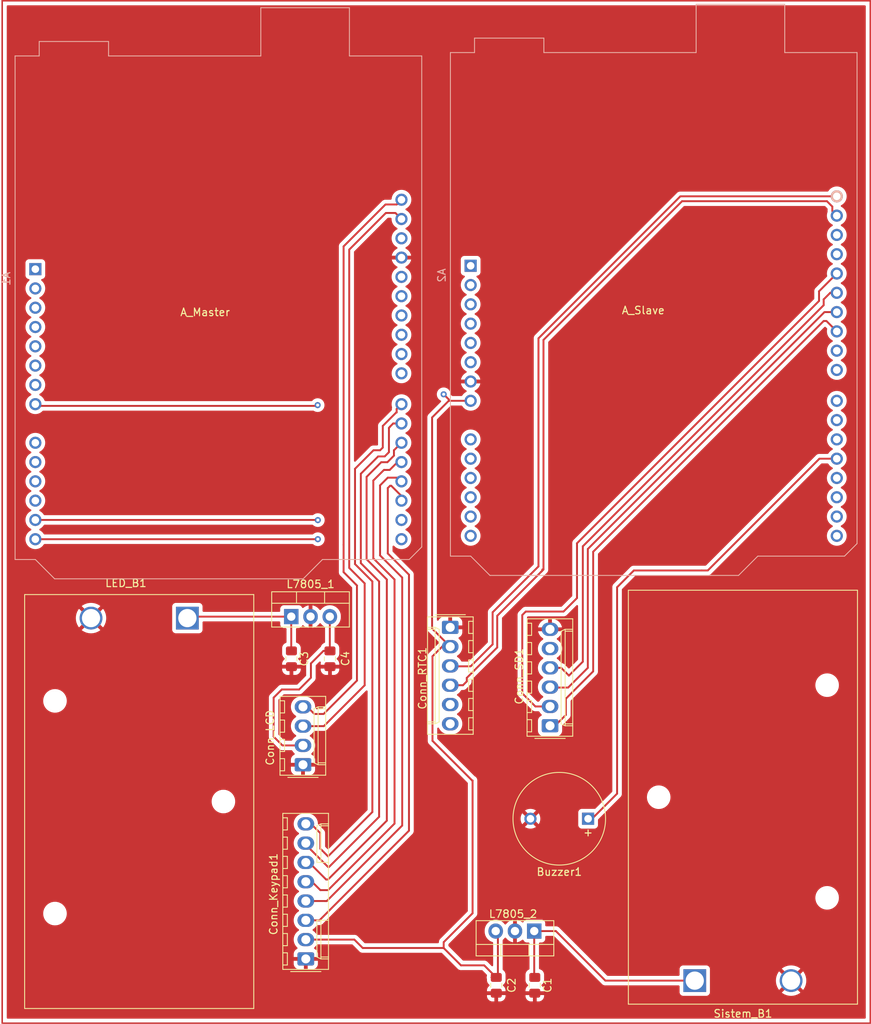
<source format=kicad_pcb>
(kicad_pcb (version 20221018) (generator pcbnew)
  (layers (0 "F.Cu" signal) (31 "B.Cu" signal) (34 "B.Paste" user) (35 "F.Paste" user) (36 "B.SilkS" user "B.Silkscreen") (37 "F.SilkS" user "F.Silkscreen") (38 "B.Mask" user) (39 "F.Mask" user) (44 "Edge.Cuts" user))
  (net 0 "")
  (net 1 "GNDREF")
  (net 42 "5V+_Sistem")
  (net 43 "9V+_Sistem")
  (net 44 "9V+_LCD")
  (net 45 "5V+_LCD")
  (net 48 "unconnected-(Buzzer1---Pad1)")
  (net 49 "SDA_LCD")
  (net 50 "P2_keyPad")
  (net 51 "P3_keyPad")
  (net 52 "P4_keyPad")
  (net 53 "P5_keyPad")
  (net 54 "P6_keyPad")
  (net 55 "P7_keyPad")
  (net 56 "SCL_RTC")
  (net 57 "SDA_RTC")
  (net 58 "SCL_LCD")
  (net 59 "CS")
  (net 60 "SCK")
  (net 61 "MOSI_SD")
  (net 62 "MISO_SD")
  (net 63 "SDA_MS")
  (net 64 "SCL_MS")
  (footprint "Package_TO_SOT_THT:TO-220-3_Vertical" (layer "F.Cu") (at 87.63 137.726 180)
    (fp_text reference "L7805_2" (at 2.79 2.25) (layer "F.SilkS"))
    (fp_text value "L7805")
    (pad "1" thru_hole rect (at 0 0 180) (size 1.905 2) (drill 1.1) (layers "*.Cu" "*.Mask") (net 43 "9V+_Sistem"))
    (pad "2" thru_hole oval (at 2.54 0 180) (size 1.905 2) (drill 1.1) (layers "*.Cu" "*.Mask") (net 1 "GNDREF"))
    (pad "3" thru_hole oval (at 5.08 0 180) (size 1.905 2) (drill 1.1) (layers "*.Cu" "*.Mask") (net 42 "5V+_Sistem"))
  )
  (footprint "Connector_Molex:Molex_KK-254_AE-6410-08A_1x08_P2.54mm_Vertical" (layer "F.Cu") (at 57.52 141.39 90)
    (fp_text reference "Conn_Keypad1" (at 8.53 -4.25 90) (layer "F.SilkS"))
    (fp_text value "Conn_Keypad" hide)
    (pad "1" thru_hole roundrect (at 0 0 90) (size 1.74 2.19) (drill 1.19) (layers "*.Cu" "*.Mask") (roundrect_rratio 0.143678) (net 1 "GNDREF"))
    (pad "2" thru_hole oval (at 2.54 0 90) (size 1.74 2.19) (drill 1.19) (layers "*.Cu" "*.Mask") (net 42 "5V+_Sistem"))
    (pad "3" thru_hole oval (at 5.08 0 90) (size 1.74 2.19) (drill 1.19) (layers "*.Cu" "*.Mask") (net 50 "P2_keyPad"))
    (pad "4" thru_hole oval (at 7.62 0 90) (size 1.74 2.19) (drill 1.19) (layers "*.Cu" "*.Mask") (net 51 "P3_keyPad"))
    (pad "5" thru_hole oval (at 10.16 0 90) (size 1.74 2.19) (drill 1.19) (layers "*.Cu" "*.Mask") (net 52 "P4_keyPad"))
    (pad "6" thru_hole oval (at 12.7 0 90) (size 1.74 2.19) (drill 1.19) (layers "*.Cu" "*.Mask") (net 53 "P5_keyPad"))
    (pad "7" thru_hole oval (at 15.24 0 90) (size 1.74 2.19) (drill 1.19) (layers "*.Cu" "*.Mask") (net 54 "P6_keyPad"))
    (pad "8" thru_hole oval (at 17.78 0 90) (size 1.74 2.19) (drill 1.19) (layers "*.Cu" "*.Mask") (net 55 "P7_keyPad"))
  )
  (footprint "Capacitor_SMD:C_0805_2012Metric_Pad1.18x1.45mm_HandSolder" (layer "F.Cu") (at 55.626 101.8755 -90)
    (fp_text reference "C3" (at 0 -1.68 90) (layer "F.SilkS"))
    (fp_text value "0.33uF")
    (pad "1" smd roundrect (at -1.0375 0 270) (size 1.175 1.45) (layers "F.Cu" "F.Paste" "F.Mask") (roundrect_rratio 0.212766) (net 44 "9V+_LCD"))
    (pad "2" smd roundrect (at 1.0375 0 270) (size 1.175 1.45) (layers "F.Cu" "F.Paste" "F.Mask") (roundrect_rratio 0.212766) (net 1 "GNDREF"))
  )
  (footprint "Package_TO_SOT_THT:TO-220-3_Vertical" (layer "F.Cu") (at 55.604 96.3255)
    (fp_text reference "L7805_1" (at 2.54 -4.27) (layer "F.SilkS"))
    (fp_text value "L7805")
    (pad "1" thru_hole rect (at 0 0) (size 1.905 2) (drill 1.1) (layers "*.Cu" "*.Mask") (net 44 "9V+_LCD"))
    (pad "2" thru_hole oval (at 2.54 0) (size 1.905 2) (drill 1.1) (layers "*.Cu" "*.Mask") (net 1 "GNDREF"))
    (pad "3" thru_hole oval (at 5.08 0) (size 1.905 2) (drill 1.1) (layers "*.Cu" "*.Mask") (net 45 "5V+_LCD"))
  )
  (footprint "Connector_Molex:Molex_KK-254_AE-6410-06A_1x06_P2.54mm_Vertical" (layer "F.Cu") (at 76.5556 97.7392 -90)
    (fp_text reference "Conn_RTC1" (at 6.7056 3.6576 90) (layer "F.SilkS"))
    (fp_text value "Conn_RTC" hide)
    (pad "1" thru_hole roundrect (at 0 0 270) (size 1.74 2.19) (drill 1.19) (layers "*.Cu" "*.Mask") (roundrect_rratio 0.143678) (net 1 "GNDREF"))
    (pad "2" thru_hole oval (at 2.54 0 270) (size 1.74 2.19) (drill 1.19) (layers "*.Cu" "*.Mask") (net 42 "5V+_Sistem"))
    (pad "3" thru_hole oval (at 5.08 0 270) (size 1.74 2.19) (drill 1.19) (layers "*.Cu" "*.Mask") (net 56 "SCL_RTC"))
    (pad "4" thru_hole oval (at 7.62 0 270) (size 1.74 2.19) (drill 1.19) (layers "*.Cu" "*.Mask") (net 57 "SDA_RTC"))
    (pad "5" thru_hole oval (at 10.16 0 270) (size 1.74 2.19) (drill 1.19) (layers "*.Cu" "*.Mask"))
    (pad "6" thru_hole oval (at 12.7 0 270) (size 1.74 2.19) (drill 1.19) (layers "*.Cu" "*.Mask"))
  )
  (footprint "Connector_Molex:Molex_KK-254_AE-6410-06A_1x06_P2.54mm_Vertical" (layer "F.Cu") (at 89.7128 110.6932 90)
    (fp_text reference "Conn_SD1" (at 6.5024 -4.064 90) (layer "F.SilkS"))
    (fp_text value "Conn_RTC" hide)
    (pad "1" thru_hole roundrect (at 0 0 90) (size 1.74 2.19) (drill 1.19) (layers "*.Cu" "*.Mask") (roundrect_rratio 0.143678) (net 59 "CS"))
    (pad "2" thru_hole oval (at 2.54 0 90) (size 1.74 2.19) (drill 1.19) (layers "*.Cu" "*.Mask") (net 60 "SCK"))
    (pad "3" thru_hole oval (at 5.08 0 90) (size 1.74 2.19) (drill 1.19) (layers "*.Cu" "*.Mask") (net 61 "MOSI_SD"))
    (pad "4" thru_hole oval (at 7.62 0 90) (size 1.74 2.19) (drill 1.19) (layers "*.Cu" "*.Mask") (net 62 "MISO_SD"))
    (pad "5" thru_hole oval (at 10.16 0 90) (size 1.74 2.19) (drill 1.19) (layers "*.Cu" "*.Mask") (net 42 "5V+_Sistem"))
    (pad "6" thru_hole oval (at 12.7 0 90) (size 1.74 2.19) (drill 1.19) (layers "*.Cu" "*.Mask") (net 1 "GNDREF"))
  )
  (footprint "Battery:BatteryHolder_Eagle_12BH611-GR" (layer "F.Cu") (at 108.788 144.25 -90)
    (fp_text reference "Sistem_B1" (at 4.35 -6.35) (layer "F.SilkS"))
    (fp_text value "Sistem battery" hide)
    (pad "" np_thru_hole circle (at -38.9 -17.45 270) (size 2.6 2.6) (drill 2.6) (layers "*.Cu" "*.Mask"))
    (pad "" np_thru_hole circle (at -24.15 4.75 270) (size 2.6 2.6) (drill 2.6) (layers "*.Cu" "*.Mask"))
    (pad "" np_thru_hole circle (at -10.9 -17.45 270) (size 2.6 2.6) (drill 2.6) (layers "*.Cu" "*.Mask"))
    (pad "1" thru_hole rect (at 0 0 270) (size 3 3) (drill 2.4) (layers "*.Cu" "*.Mask") (net 43 "9V+_Sistem"))
    (pad "2" thru_hole circle (at 0 -12.7 270) (size 3 3) (drill 2.4) (layers "*.Cu" "*.Mask") (net 1 "GNDREF"))
  )
  (footprint "Capacitor_SMD:C_0805_2012Metric_Pad1.18x1.45mm_HandSolder" (layer "F.Cu") (at 60.706 101.8755 90)
    (fp_text reference "C4" (at 0.0215 2.032 90) (layer "F.SilkS"))
    (fp_text value "0.01uF")
    (pad "1" smd roundrect (at -1.0375 0 90) (size 1.175 1.45) (layers "F.Cu" "F.Paste" "F.Mask") (roundrect_rratio 0.212766) (net 1 "GNDREF"))
    (pad "2" smd roundrect (at 1.0375 0 90) (size 1.175 1.45) (layers "F.Cu" "F.Paste" "F.Mask") (roundrect_rratio 0.212766) (net 45 "5V+_LCD"))
  )
  (footprint "Capacitor_SMD:C_0805_2012Metric_Pad1.18x1.45mm_HandSolder" (layer "F.Cu") (at 87.704 144.866 -90)
    (fp_text reference "C1" (at 0 -1.68 90) (layer "F.SilkS"))
    (fp_text value "0.33uF")
    (pad "1" smd roundrect (at -1.0375 0 270) (size 1.175 1.45) (layers "F.Cu" "F.Paste" "F.Mask") (roundrect_rratio 0.212766) (net 43 "9V+_Sistem"))
    (pad "2" smd roundrect (at 1.0375 0 270) (size 1.175 1.45) (layers "F.Cu" "F.Paste" "F.Mask") (roundrect_rratio 0.212766) (net 1 "GNDREF"))
  )
  (footprint "Battery:BatteryHolder_Eagle_12BH611-GR" (layer "F.Cu") (at 41.91 96.52 90)
    (fp_text reference "LED_B1" (at 4.6 -8.1) (layer "F.SilkS"))
    (fp_text value "LCD battery")
    (pad "" np_thru_hole circle (at -38.9 -17.45 90) (size 2.6 2.6) (drill 2.6) (layers "*.Cu" "*.Mask"))
    (pad "" np_thru_hole circle (at -24.15 4.75 90) (size 2.6 2.6) (drill 2.6) (layers "*.Cu" "*.Mask"))
    (pad "" np_thru_hole circle (at -10.9 -17.45 90) (size 2.6 2.6) (drill 2.6) (layers "*.Cu" "*.Mask"))
    (pad "1" thru_hole rect (at 0 0 90) (size 3 3) (drill 2.4) (layers "*.Cu" "*.Mask") (net 44 "9V+_LCD"))
    (pad "2" thru_hole circle (at 0 -12.7 90) (size 3 3) (drill 2.4) (layers "*.Cu" "*.Mask") (net 1 "GNDREF"))
  )
  (footprint "Buzzer_Beeper:MagneticBuzzer_ProSignal_ABI-010-RC" (layer "F.Cu") (at 94.732 122.936 180)
    (fp_text reference "Buzzer1" (at 3.8 -7) (layer "F.SilkS"))
    (fp_text value "Buzzer" hide)
    (fp_text user "+" (at 0 -1.8) (layer "F.SilkS"))
    (pad "1" thru_hole rect (at 0 0 180) (size 1.6 1.6) (drill 1) (layers "*.Cu" "*.Mask") (net 48 "unconnected-(Buzzer1---Pad1)"))
    (pad "2" thru_hole circle (at 7.6 0 180) (size 1.6 1.6) (drill 1) (layers "*.Cu" "*.Mask") (net 1 "GNDREF"))
  )
  (footprint "Capacitor_SMD:C_0805_2012Metric_Pad1.18x1.45mm_HandSolder" (layer "F.Cu") (at 82.624 144.866 90)
    (fp_text reference "C2" (at 0 2.032 90) (layer "F.SilkS"))
    (fp_text value "0.01uF")
    (pad "1" smd roundrect (at -1.0375 0 90) (size 1.175 1.45) (layers "F.Cu" "F.Paste" "F.Mask") (roundrect_rratio 0.212766) (net 1 "GNDREF"))
    (pad "2" smd roundrect (at 1.0375 0 90) (size 1.175 1.45) (layers "F.Cu" "F.Paste" "F.Mask") (roundrect_rratio 0.212766) (net 42 "5V+_Sistem"))
  )
  (footprint "Connector_Molex:Molex_KK-254_AE-6410-04A_1x04_P2.54mm_Vertical" (layer "F.Cu") (at 57.15 115.824 90)
    (fp_text reference "J3" hide)
    (fp_text value "Conn_LCD" hide)
    (pad "1" thru_hole roundrect (at 0 0 90) (size 1.74 2.19) (drill 1.19) (layers "*.Cu" "*.Mask") (roundrect_rratio 0.143678) (net 1 "GNDREF"))
    (pad "2" thru_hole oval (at 2.54 0 90) (size 1.74 2.19) (drill 1.19) (layers "*.Cu" "*.Mask") (net 45 "5V+_LCD"))
    (pad "3" thru_hole oval (at 5.08 0 90) (size 1.74 2.19) (drill 1.19) (layers "*.Cu" "*.Mask") (net 49 "SDA_LCD"))
    (pad "4" thru_hole oval (at 7.62 0 90) (size 1.74 2.19) (drill 1.19) (layers "*.Cu" "*.Mask") (net 58 "SCL_LCD"))
  )
  (footprint "Module:Arduino_UNO_R3" (layer "B.Cu") (at 79.25 50.13 -90)
    (fp_text reference "A2" (at 1.27 3.81 90) (layer "B.SilkS") (effects (justify mirror)))
    (fp_text value "Slave" hide)
    (pad "1" thru_hole rect (at 0 0 180) (size 1.6 1.6) (drill 1) (layers "*.Cu" "*.Mask"))
    (pad "2" thru_hole oval (at 2.54 0 180) (size 1.6 1.6) (drill 1) (layers "*.Cu" "*.Mask"))
    (pad "3" thru_hole oval (at 5.08 0 180) (size 1.6 1.6) (drill 1) (layers "*.Cu" "*.Mask"))
    (pad "4" thru_hole oval (at 7.62 0 180) (size 1.6 1.6) (drill 1) (layers "*.Cu" "*.Mask"))
    (pad "5" thru_hole oval (at 10.16 0 180) (size 1.6 1.6) (drill 1) (layers "*.Cu" "*.Mask"))
    (pad "6" thru_hole oval (at 12.7 0 180) (size 1.6 1.6) (drill 1) (layers "*.Cu" "*.Mask"))
    (pad "7" thru_hole oval (at 15.24 0 180) (size 1.6 1.6) (drill 1) (layers "*.Cu" "*.Mask") (net 1 "GNDREF"))
    (pad "8" thru_hole oval (at 17.78 0 180) (size 1.6 1.6) (drill 1) (layers "*.Cu" "*.Mask") (net 42 "5V+_Sistem"))
    (pad "9" thru_hole oval (at 22.86 0 180) (size 1.6 1.6) (drill 1) (layers "*.Cu" "*.Mask"))
    (pad "10" thru_hole oval (at 25.4 0 180) (size 1.6 1.6) (drill 1) (layers "*.Cu" "*.Mask"))
    (pad "11" thru_hole oval (at 27.94 0 180) (size 1.6 1.6) (drill 1) (layers "*.Cu" "*.Mask"))
    (pad "12" thru_hole oval (at 30.48 0 180) (size 1.6 1.6) (drill 1) (layers "*.Cu" "*.Mask"))
    (pad "13" thru_hole oval (at 33.02 0 180) (size 1.6 1.6) (drill 1) (layers "*.Cu" "*.Mask") (net 63 "SDA_MS"))
    (pad "14" thru_hole oval (at 35.56 0 180) (size 1.6 1.6) (drill 1) (layers "*.Cu" "*.Mask") (net 64 "SCL_MS"))
    (pad "15" thru_hole oval (at 35.56 -48.26 180) (size 1.6 1.6) (drill 1) (layers "*.Cu" "*.Mask"))
    (pad "16" thru_hole oval (at 33.02 -48.26 180) (size 1.6 1.6) (drill 1) (layers "*.Cu" "*.Mask"))
    (pad "17" thru_hole oval (at 30.48 -48.26 180) (size 1.6 1.6) (drill 1) (layers "*.Cu" "*.Mask"))
    (pad "18" thru_hole oval (at 27.94 -48.26 180) (size 1.6 1.6) (drill 1) (layers "*.Cu" "*.Mask"))
    (pad "19" thru_hole oval (at 25.4 -48.26 180) (size 1.6 1.6) (drill 1) (layers "*.Cu" "*.Mask") (net 48 "unconnected-(Buzzer1---Pad1)"))
    (pad "20" thru_hole oval (at 22.86 -48.26 180) (size 1.6 1.6) (drill 1) (layers "*.Cu" "*.Mask"))
    (pad "21" thru_hole oval (at 20.32 -48.26 180) (size 1.6 1.6) (drill 1) (layers "*.Cu" "*.Mask"))
    (pad "22" thru_hole oval (at 17.78 -48.26 180) (size 1.6 1.6) (drill 1) (layers "*.Cu" "*.Mask"))
    (pad "23" thru_hole oval (at 13.72 -48.26 180) (size 1.6 1.6) (drill 1) (layers "*.Cu" "*.Mask"))
    (pad "24" thru_hole oval (at 11.18 -48.26 180) (size 1.6 1.6) (drill 1) (layers "*.Cu" "*.Mask"))
    (pad "25" thru_hole oval (at 8.64 -48.26 180) (size 1.6 1.6) (drill 1) (layers "*.Cu" "*.Mask") (net 59 "CS"))
    (pad "26" thru_hole oval (at 6.1 -48.26 180) (size 1.6 1.6) (drill 1) (layers "*.Cu" "*.Mask") (net 61 "MOSI_SD"))
    (pad "27" thru_hole oval (at 3.56 -48.26 180) (size 1.6 1.6) (drill 1) (layers "*.Cu" "*.Mask") (net 62 "MISO_SD"))
    (pad "28" thru_hole oval (at 1.02 -48.26 180) (size 1.6 1.6) (drill 1) (layers "*.Cu" "*.Mask") (net 60 "SCK"))
    (pad "29" thru_hole oval (at -1.52 -48.26 180) (size 1.6 1.6) (drill 1) (layers "*.Cu" "*.Mask"))
    (pad "30" thru_hole oval (at -4.06 -48.26 180) (size 1.6 1.6) (drill 1) (layers "*.Cu" "*.Mask"))
    (pad "31" thru_hole oval (at -6.6 -48.26 180) (size 1.6 1.6) (drill 1) (layers "*.Cu" "*.Mask" "Eco1.User") (net 57 "SDA_RTC"))
    (pad "32" thru_hole oval (at -9.14 -48.26 180) (size 1.6 1.6) (drill 1) (layers "*.Cu" "*.Mask" "B.SilkS") (net 56 "SCL_RTC"))
  )
  (footprint "Module:Arduino_UNO_R3" (layer "B.Cu") (at 21.87 50.575 -90)
    (fp_text reference "A1" (at 1.27 3.81 90) (layer "B.SilkS") (effects (justify mirror)))
    (fp_text value "Master" hide)
    (pad "1" thru_hole rect (at 0 0 180) (size 1.6 1.6) (drill 1) (layers "*.Cu" "*.Mask"))
    (pad "2" thru_hole oval (at 2.54 0 180) (size 1.6 1.6) (drill 1) (layers "*.Cu" "*.Mask"))
    (pad "3" thru_hole oval (at 5.08 0 180) (size 1.6 1.6) (drill 1) (layers "*.Cu" "*.Mask"))
    (pad "4" thru_hole oval (at 7.62 0 180) (size 1.6 1.6) (drill 1) (layers "*.Cu" "*.Mask"))
    (pad "5" thru_hole oval (at 10.16 0 180) (size 1.6 1.6) (drill 1) (layers "*.Cu" "*.Mask"))
    (pad "6" thru_hole oval (at 12.7 0 180) (size 1.6 1.6) (drill 1) (layers "*.Cu" "*.Mask"))
    (pad "7" thru_hole oval (at 15.24 0 180) (size 1.6 1.6) (drill 1) (layers "*.Cu" "*.Mask"))
    (pad "8" thru_hole oval (at 17.78 0 180) (size 1.6 1.6) (drill 1) (layers "*.Cu" "*.Mask") (net 42 "5V+_Sistem"))
    (pad "9" thru_hole oval (at 22.86 0 180) (size 1.6 1.6) (drill 1) (layers "*.Cu" "*.Mask"))
    (pad "10" thru_hole oval (at 25.4 0 180) (size 1.6 1.6) (drill 1) (layers "*.Cu" "*.Mask"))
    (pad "11" thru_hole oval (at 27.94 0 180) (size 1.6 1.6) (drill 1) (layers "*.Cu" "*.Mask"))
    (pad "12" thru_hole oval (at 30.48 0 180) (size 1.6 1.6) (drill 1) (layers "*.Cu" "*.Mask"))
    (pad "13" thru_hole oval (at 33.02 0 180) (size 1.6 1.6) (drill 1) (layers "*.Cu" "*.Mask") (net 63 "SDA_MS"))
    (pad "14" thru_hole oval (at 35.56 0 180) (size 1.6 1.6) (drill 1) (layers "*.Cu" "*.Mask") (net 64 "SCL_MS"))
    (pad "15" thru_hole oval (at 35.56 -48.26 180) (size 1.6 1.6) (drill 1) (layers "*.Cu" "*.Mask"))
    (pad "16" thru_hole oval (at 33.02 -48.26 180) (size 1.6 1.6) (drill 1) (layers "*.Cu" "*.Mask"))
    (pad "17" thru_hole oval (at 30.48 -48.26 180) (size 1.6 1.6) (drill 1) (layers "*.Cu" "*.Mask") (net 50 "P2_keyPad"))
    (pad "18" thru_hole oval (at 27.94 -48.26 180) (size 1.6 1.6) (drill 1) (layers "*.Cu" "*.Mask" "B.Paste") (net 51 "P3_keyPad"))
    (pad "19" thru_hole oval (at 25.4 -48.26 180) (size 1.6 1.6) (drill 1) (layers "*.Cu" "*.Mask") (net 52 "P4_keyPad"))
    (pad "20" thru_hole oval (at 22.86 -48.26 180) (size 1.6 1.6) (drill 1) (layers "*.Cu" "*.Mask") (net 53 "P5_keyPad"))
    (pad "21" thru_hole oval (at 20.32 -48.26 180) (size 1.6 1.6) (drill 1) (layers "*.Cu" "*.Mask") (net 54 "P6_keyPad"))
    (pad "22" thru_hole oval (at 17.78 -48.26 180) (size 1.6 1.6) (drill 1) (layers "*.Cu" "*.Mask") (net 55 "P7_keyPad"))
    (pad "23" thru_hole oval (at 13.72 -48.26 180) (size 1.6 1.6) (drill 1) (layers "*.Cu" "*.Mask"))
    (pad "24" thru_hole oval (at 11.18 -48.26 180) (size 1.6 1.6) (drill 1) (layers "*.Cu" "*.Mask"))
    (pad "25" thru_hole oval (at 8.64 -48.26 180) (size 1.6 1.6) (drill 1) (layers "*.Cu" "*.Mask"))
    (pad "26" thru_hole oval (at 6.1 -48.26 180) (size 1.6 1.6) (drill 1) (layers "*.Cu" "*.Mask"))
    (pad "27" thru_hole oval (at 3.56 -48.26 180) (size 1.6 1.6) (drill 1) (layers "*.Cu" "*.Mask"))
    (pad "28" thru_hole oval (at 1.02 -48.26 180) (size 1.6 1.6) (drill 1) (layers "*.Cu" "*.Mask"))
    (pad "29" thru_hole oval (at -1.52 -48.26 180) (size 1.6 1.6) (drill 1) (layers "*.Cu" "*.Mask") (net 1 "GNDREF"))
    (pad "30" thru_hole oval (at -4.06 -48.26 180) (size 1.6 1.6) (drill 1) (layers "*.Cu" "*.Mask"))
    (pad "31" thru_hole oval (at -6.6 -48.26 180) (size 1.6 1.6) (drill 1) (layers "*.Cu" "*.Mask") (net 49 "SDA_LCD"))
    (pad "32" thru_hole oval (at -9.14 -48.26 180) (size 1.6 1.6) (drill 1) (layers "*.Cu" "*.Mask") (net 58 "SCL_LCD"))
  )
  (gr_rect (start 17.5 15.24) (end 131.93 149.86) (stroke (width 0.2)) (fill none) (layer "F.Cu"))
  (gr_text "A_Slave" (at 102 56) (layer "F.SilkS") (effects (font (size 1 1))))
  (gr_text "Conn_LCD" (at 52.812 112.268 90) (layer "F.SilkS") (effects (font (size 1 1))))
  (gr_text "A_Master\n" (at 44.25 56.25) (layer "F.SilkS") (effects (font (size 1 1))))
  (segment (start 76.362 67.726) (end 76.362 67.91) (width 0.25) (layer "F.Cu") (net 42))
  (segment (start 76.5556 100.2792) (end 75.4888 100.2792) (width 0.25) (layer "F.Cu") (net 42))
  (segment (start 58.9788 68.58) (end 22.098 68.58) (width 0.25) (layer "F.Cu") (net 42))
  (segment (start 74.168 70.104) (end 74.168 97.8916) (width 0.25) (layer "F.Cu") (net 42))
  (segment (start 74.168 97.8916) (end 76.5556 100.2792) (width 0.25) (layer "F.Cu") (net 42))
  (segment (start 65.024 139.954) (end 75.692 139.954) (width 0.25) (layer "F.Cu") (net 42))
  (segment (start 82.84 143.6125) (end 82.624 143.8285) (width 0.25) (layer "F.Cu") (net 42))
  (segment (start 82.59 137.726) (end 82.84 137.976) (width 0.25) (layer "F.Cu") (net 42))
  (segment (start 82.624 143.8285) (end 81.9875 143.8285) (width 0.25) (layer "F.Cu") (net 42))
  (segment (start 74.2188 101.5492) (end 74.2188 112.6744) (width 0.25) (layer "F.Cu") (net 42))
  (segment (start 59.0804 68.4784) (end 58.9788 68.58) (width 0.25) (layer "F.Cu") (net 42))
  (segment (start 77.978 142.24) (end 81.0355 142.24) (width 0.25) (layer "F.Cu") (net 42))
  (segment (start 74.168 70.104) (end 76.362 67.91) (width 0.25) (layer "F.Cu") (net 42))
  (segment (start 82.55 137.726) (end 82.59 137.726) (width 0.25) (layer "F.Cu") (net 42))
  (segment (start 63.92 138.85) (end 65.024 139.954) (width 0.25) (layer "F.Cu") (net 42))
  (segment (start 22.098 68.58) (end 21.873 68.355) (width 0.25) (layer "F.Cu") (net 42))
  (segment (start 21.873 68.355) (end 21.87 68.355) (width 0.25) (layer "F.Cu") (net 42))
  (segment (start 75.692 67.056) (end 76.362 67.726) (width 0.25) (layer "F.Cu") (net 42))
  (segment (start 75.692 139.192) (end 79.502 135.382) (width 0.25) (layer "F.Cu") (net 42))
  (segment (start 75.692 139.954) (end 77.978 142.24) (width 0.25) (layer "F.Cu") (net 42))
  (segment (start 79.4512 117.9068) (end 79.502 117.9068) (width 0.25) (layer "F.Cu") (net 42))
  (segment (start 82.84 137.976) (end 82.84 143.6125) (width 0.25) (layer "F.Cu") (net 42))
  (segment (start 21.895 68.355) (end 21.87 68.355) (width 0.25) (layer "F.Cu") (net 42))
  (segment (start 76.362 67.91) (end 79.25 67.91) (width 0.25) (layer "F.Cu") (net 42))
  (segment (start 75.4888 100.2792) (end 74.2188 101.5492) (width 0.25) (layer "F.Cu") (net 42))
  (segment (start 57.52 138.85) (end 63.92 138.85) (width 0.25) (layer "F.Cu") (net 42))
  (segment (start 81.0355 142.24) (end 82.624 143.8285) (width 0.25) (layer "F.Cu") (net 42))
  (segment (start 74.2188 112.6744) (end 79.4512 117.9068) (width 0.25) (layer "F.Cu") (net 42))
  (segment (start 79.502 135.382) (end 79.502 117.9068) (width 0.25) (layer "F.Cu") (net 42))
  (segment (start 75.692 139.954) (end 75.692 139.192) (width 0.25) (layer "F.Cu") (net 42))
  (via (at 59.0804 68.4784) (size 0.8) (drill 0.4) (layers "F.Cu" "B.Cu") (net 42))
  (via (at 75.692 67.056) (size 0.8) (drill 0.4) (layers "F.Cu" "B.Cu") (net 42))
  (segment (start 87.63 137.726) (end 87.63 143.7545) (width 0.25) (layer "F.Cu") (net 43))
  (segment (start 97.006 144.25) (end 108.788 144.25) (width 0.25) (layer "F.Cu") (net 43))
  (segment (start 87.63 137.726) (end 90.482 137.726) (width 0.25) (layer "F.Cu") (net 43))
  (segment (start 90.482 137.726) (end 97.006 144.25) (width 0.25) (layer "F.Cu") (net 43))
  (segment (start 87.63 143.7545) (end 87.704 143.8285) (width 0.25) (layer "F.Cu") (net 43))
  (segment (start 55.604 96.3255) (end 55.604 100.816) (width 0.25) (layer "F.Cu") (net 44))
  (segment (start 55.604 100.816) (end 55.626 100.838) (width 0.25) (layer "F.Cu") (net 44))
  (segment (start 55.604 96.3255) (end 42.1045 96.3255) (width 0.25) (layer "F.Cu") (net 44))
  (segment (start 55.594 96.3355) (end 55.604 96.3255) (width 0.25) (layer "F.Cu") (net 44))
  (segment (start 42.1045 96.3255) (end 41.91 96.52) (width 0.25) (layer "F.Cu") (net 44))
  (segment (start 54.356 105.918) (end 53.28 106.994) (width 0.25) (layer "F.Cu") (net 45))
  (segment (start 60.684 100.816) (end 60.684 96.3255) (width 0.25) (layer "F.Cu") (net 45))
  (segment (start 56.642 105.918) (end 54.356 105.918) (width 0.25) (layer "F.Cu") (net 45))
  (segment (start 58.194 102.4855) (end 58.194 104.366) (width 0.25) (layer "F.Cu") (net 45))
  (segment (start 59.8415 100.838) (end 58.194 102.4855) (width 0.25) (layer "F.Cu") (net 45))
  (segment (start 54.44 113.284) (end 57.15 113.284) (width 0.25) (layer "F.Cu") (net 45))
  (segment (start 58.194 104.366) (end 56.642 105.918) (width 0.25) (layer "F.Cu") (net 45))
  (segment (start 60.706 100.838) (end 60.684 100.816) (width 0.25) (layer "F.Cu") (net 45))
  (segment (start 60.706 100.838) (end 59.8415 100.838) (width 0.25) (layer "F.Cu") (net 45))
  (segment (start 53.28 106.994) (end 53.28 112.124) (width 0.25) (layer "F.Cu") (net 45))
  (segment (start 53.28 112.124) (end 54.44 113.284) (width 0.25) (layer "F.Cu") (net 45))
  (segment (start 98.552 119.634) (end 95.25 122.936) (width 0.25) (layer "F.Cu") (net 48))
  (segment (start 98.552 92.456) (end 98.552 119.634) (width 0.25) (layer "F.Cu") (net 48))
  (segment (start 98.552 92.456) (end 100.758 90.25) (width 0.25) (layer "F.Cu") (net 48))
  (segment (start 127.51 75.53) (end 125.222 75.53) (width 0.25) (layer "F.Cu") (net 48))
  (segment (start 125.222 75.53) (end 110.502 90.25) (width 0.25) (layer "F.Cu") (net 48))
  (segment (start 100.758 90.25) (end 109.7026 90.25) (width 0.25) (layer "F.Cu") (net 48))
  (segment (start 95.25 122.936) (end 94.732 122.936) (width 0.25) (layer "F.Cu") (net 48))
  (segment (start 110.502 90.25) (end 109.7026 90.25) (width 0.25) (layer "F.Cu") (net 48))
  (segment (start 59.9 110.744) (end 65.278 105.366) (width 0.25) (layer "F.Cu") (net 49))
  (segment (start 63.246 48.006) (end 68.072 43.18) (width 0.25) (layer "F.Cu") (net 49))
  (segment (start 63.246 89.916) (end 63.246 48.006) (width 0.25) (layer "F.Cu") (net 49))
  (segment (start 69.335 43.18) (end 70.13 43.975) (width 0.25) (layer "F.Cu") (net 49))
  (segment (start 57.15 110.744) (end 59.9 110.744) (width 0.25) (layer "F.Cu") (net 49))
  (segment (start 68.072 43.18) (end 69.335 43.18) (width 0.25) (layer "F.Cu") (net 49))
  (segment (start 65.278 91.948) (end 63.246 89.916) (width 0.25) (layer "F.Cu") (net 49))
  (segment (start 65.278 105.366) (end 65.278 91.948) (width 0.25) (layer "F.Cu") (net 49))
  (segment (start 68.326 79.4004) (end 68.6308 79.0956) (width 0.25) (layer "F.Cu") (net 50))
  (segment (start 68.7832 79.0956) (end 70.13 80.4424) (width 0.25) (layer "F.Cu") (net 50))
  (segment (start 68.326 88.011) (end 68.326 79.4004) (width 0.25) (layer "F.Cu") (net 50))
  (segment (start 71.12 90.805) (end 68.326 88.011) (width 0.25) (layer "F.Cu") (net 50))
  (segment (start 71.12 124.5108) (end 71.12 90.805) (width 0.25) (layer "F.Cu") (net 50))
  (segment (start 68.6308 79.0956) (end 68.7832 79.0956) (width 0.25) (layer "F.Cu") (net 50))
  (segment (start 70.13 80.4424) (end 70.13 81.055) (width 0.25) (layer "F.Cu") (net 50))
  (segment (start 59.3208 136.31) (end 71.12 124.5108) (width 0.25) (layer "F.Cu") (net 50))
  (segment (start 57.52 136.31) (end 59.3208 136.31) (width 0.25) (layer "F.Cu") (net 50))
  (segment (start 70.231 123.825) (end 60.286 133.77) (width 0.25) (layer "F.Cu") (net 51))
  (segment (start 60.071 133.77) (end 57.52 133.77) (width 0.25) (layer "F.Cu") (net 51))
  (segment (start 67.31 88.265) (end 67.31 79.0448) (width 0.25) (layer "F.Cu") (net 51))
  (segment (start 60.286 133.77) (end 60.071 133.77) (width 0.25) (layer "F.Cu") (net 51))
  (segment (start 69.6438 78.0288) (end 70.13 78.515) (width 0.25) (layer "F.Cu") (net 51))
  (segment (start 70.202 91.157) (end 67.31 88.265) (width 0.25) (layer "F.Cu") (net 51))
  (segment (start 68.326 78.0288) (end 69.6438 78.0288) (width 0.25) (layer "F.Cu") (net 51))
  (segment (start 70.231 91.186) (end 70.231 123.825) (width 0.25) (layer "F.Cu") (net 51))
  (segment (start 67.31 79.0448) (end 68.326 78.0288) (width 0.25) (layer "F.Cu") (net 51))
  (segment (start 69.215 91.44) (end 66.421 88.646) (width 0.25) (layer "F.Cu") (net 52))
  (segment (start 66.421 88.646) (end 66.421 78.4098) (width 0.25) (layer "F.Cu") (net 52))
  (segment (start 67.818 77.0128) (end 68.58 77.0128) (width 0.25) (layer "F.Cu") (net 52))
  (segment (start 68.58 77.0128) (end 69.6178 75.975) (width 0.25) (layer "F.Cu") (net 52))
  (segment (start 58.332 131.23) (end 59.436 132.334) (width 0.25) (layer "F.Cu") (net 52))
  (segment (start 61.557396 131.23) (end 69.215 123.572396) (width 0.25) (layer "F.Cu") (net 52))
  (segment (start 60.452 132.334) (end 61.556 131.23) (width 0.25) (layer "F.Cu") (net 52))
  (segment (start 57.52 131.23) (end 58.332 131.23) (width 0.25) (layer "F.Cu") (net 52))
  (segment (start 69.215 123.572396) (end 69.215 91.44) (width 0.25) (layer "F.Cu") (net 52))
  (segment (start 59.436 132.334) (end 60.452 132.334) (width 0.25) (layer "F.Cu") (net 52))
  (segment (start 69.6178 75.975) (end 70.13 75.975) (width 0.25) (layer "F.Cu") (net 52))
  (segment (start 66.421 78.4098) (end 67.818 77.0128) (width 0.25) (layer "F.Cu") (net 52))
  (segment (start 61.556 131.23) (end 61.557396 131.23) (width 0.25) (layer "F.Cu") (net 52))
  (segment (start 68.2752 75.9968) (end 69.1388 75.1332) (width 0.25) (layer "F.Cu") (net 53))
  (segment (start 69.1388 74.422) (end 69.143 74.422) (width 0.25) (layer "F.Cu") (net 53))
  (segment (start 65.532 88.773) (end 68.199 91.44) (width 0.25) (layer "F.Cu") (net 53))
  (segment (start 69.143 74.422) (end 70.13 73.435) (width 0.25) (layer "F.Cu") (net 53))
  (segment (start 60.198 130.937) (end 57.951 128.69) (width 0.25) (layer "F.Cu") (net 53))
  (segment (start 57.951 128.69) (end 57.52 128.69) (width 0.25) (layer "F.Cu") (net 53))
  (segment (start 69.1388 75.1332) (end 69.1388 74.422) (width 0.25) (layer "F.Cu") (net 53))
  (segment (start 65.532 77.9272) (end 65.532 88.773) (width 0.25) (layer "F.Cu") (net 53))
  (segment (start 68.199 91.44) (end 68.199 123.19) (width 0.25) (layer "F.Cu") (net 53))
  (segment (start 67.4624 75.9968) (end 68.2752 75.9968) (width 0.25) (layer "F.Cu") (net 53))
  (segment (start 68.199 123.19) (end 60.452 130.937) (width 0.25) (layer "F.Cu") (net 53))
  (segment (start 65.532 77.9272) (end 67.4624 75.9968) (width 0.25) (layer "F.Cu") (net 53))
  (segment (start 60.452 130.937) (end 60.198 130.937) (width 0.25) (layer "F.Cu") (net 53))
  (segment (start 67.183 91.694) (end 67.183 122.682) (width 0.25) (layer "F.Cu") (net 54))
  (segment (start 67.9196 75.2348) (end 68.326 74.8284) (width 0.25) (layer "F.Cu") (net 54))
  (segment (start 67.056 75.2348) (end 67.9196 75.2348) (width 0.25) (layer "F.Cu") (net 54))
  (segment (start 64.77 77.5208) (end 67.056 75.2348) (width 0.25) (layer "F.Cu") (net 54))
  (segment (start 57.52 126.354) (end 57.52 126.15) (width 0.25) (layer "F.Cu") (net 54))
  (segment (start 68.58 71.3522) (end 69.0372 70.895) (width 0.25) (layer "F.Cu") (net 54))
  (segment (start 60.579 129.286) (end 60.452 129.286) (width 0.25) (layer "F.Cu") (net 54))
  (segment (start 68.326 74.8284) (end 68.4784 74.676) (width 0.25) (layer "F.Cu") (net 54))
  (segment (start 68.58 71.3522) (end 68.58 71.374) (width 0.25) (layer "F.Cu") (net 54))
  (segment (start 68.4784 74.676) (end 68.4784 71.4756) (width 0.25) (layer "F.Cu") (net 54))
  (segment (start 70.13 70.895) (end 69.0372 70.895) (width 0.25) (layer "F.Cu") (net 54))
  (segment (start 60.452 129.286) (end 57.52 126.354) (width 0.25) (layer "F.Cu") (net 54))
  (segment (start 67.183 122.682) (end 60.579 129.286) (width 0.25) (layer "F.Cu") (net 54))
  (segment (start 64.77 77.5208) (end 64.77 89.281) (width 0.25) (layer "F.Cu") (net 54))
  (segment (start 64.77 89.281) (end 67.183 91.694) (width 0.25) (layer "F.Cu") (net 54))
  (segment (start 68.58 71.374) (end 68.4784 71.4756) (width 0.25) (layer "F.Cu") (net 54))
  (segment (start 67.31 74.422) (end 67.6656 74.0664) (width 0.25) (layer "F.Cu") (net 55))
  (segment (start 69.4944 68.9906) (end 70.13 68.355) (width 0.25) (layer "F.Cu") (net 55))
  (segment (start 57.52 123.61) (end 58.205 123.61) (width 0.25) (layer "F.Cu") (net 55))
  (segment (start 67.6656 71.2216) (end 69.4436 69.4436) (width 0.25) (layer "F.Cu") (net 55))
  (segment (start 60.452 127.889) (end 66.294 122.047) (width 0.25) (layer "F.Cu") (net 55))
  (segment (start 58.205 123.61) (end 59.436 124.841) (width 0.25) (layer "F.Cu") (net 55))
  (segment (start 64.008 89.408) (end 64.008 76.8604) (width 0.25) (layer "F.Cu") (net 55))
  (segment (start 66.4464 74.422) (end 67.31 74.422) (width 0.25) (layer "F.Cu") (net 55))
  (segment (start 66.294 122.047) (end 66.294 91.694) (width 0.25) (layer "F.Cu") (net 55))
  (segment (start 69.4944 69.4436) (end 69.4944 68.9906) (width 0.25) (layer "F.Cu") (net 55))
  (segment (start 59.436 124.841) (end 59.436 126.873) (width 0.25) (layer "F.Cu") (net 55))
  (segment (start 59.436 126.873) (end 60.452 127.889) (width 0.25) (layer "F.Cu") (net 55))
  (segment (start 66.294 91.694) (end 64.008 89.408) (width 0.25) (layer "F.Cu") (net 55))
  (segment (start 69.4436 69.4436) (end 69.4944 69.4436) (width 0.25) (layer "F.Cu") (net 55))
  (segment (start 64.008 76.8604) (end 66.4464 74.422) (width 0.25) (layer "F.Cu") (net 55))
  (segment (start 67.6656 74.0664) (end 67.6656 71.2216) (width 0.25) (layer "F.Cu") (net 55))
  (segment (start 82.1436 95.758) (end 88.1888 89.7128) (width 0.25) (layer "F.Cu") (net 56))
  (segment (start 88.1888 89.7128) (end 88.1888 59.69) (width 0.25) (layer "F.Cu") (net 56))
  (segment (start 76.474 102.87) (end 79.248 102.87) (width 0.25) (layer "F.Cu") (net 56))
  (segment (start 88.1888 59.69) (end 106.8888 40.99) (width 0.25) (layer "F.Cu") (net 56))
  (segment (start 106.8888 40.99) (end 127.51 40.99) (width 0.25) (layer "F.Cu") (net 56))
  (segment (start 79.248 102.87) (end 82.1436 99.9744) (width 0.25) (layer "F.Cu") (net 56))
  (segment (start 82.1436 99.9744) (end 82.1436 95.758) (width 0.25) (layer "F.Cu") (net 56))
  (segment (start 107.1118 41.6306) (end 126.2126 41.6306) (width 0.25) (layer "F.Cu") (net 57))
  (segment (start 82.7532 96.2152) (end 88.4936 90.4748) (width 0.25) (layer "F.Cu") (net 57))
  (segment (start 88.8492 59.8932) (end 107.1118 41.6306) (width 0.25) (layer "F.Cu") (net 57))
  (segment (start 88.4936 90.4748) (end 88.8492 90.1192) (width 0.25) (layer "F.Cu") (net 57))
  (segment (start 126.9238 42.9438) (end 127.51 43.53) (width 0.25) (layer "F.Cu") (net 57))
  (segment (start 88.8492 90.1192) (end 88.8492 59.8932) (width 0.25) (layer "F.Cu") (net 57))
  (segment (start 82.7532 100.3808) (end 82.7532 96.2152) (width 0.25) (layer "F.Cu") (net 57))
  (segment (start 81.0768 102.0572) (end 78.74 104.394) (width 0.25) (layer "F.Cu") (net 57))
  (segment (start 78.232 105.3592) (end 76.5556 105.3592) (width 0.25) (layer "F.Cu") (net 57))
  (segment (start 88.4936 90.4748) (end 88.6968 90.2716) (width 0.25) (layer "F.Cu") (net 57))
  (segment (start 81.0768 102.0572) (end 82.7532 100.3808) (width 0.25) (layer "F.Cu") (net 57))
  (segment (start 126.2126 41.6306) (end 126.9238 42.3418) (width 0.25) (layer "F.Cu") (net 57))
  (segment (start 78.74 104.394) (end 78.74 104.8512) (width 0.25) (layer "F.Cu") (net 57))
  (segment (start 126.9238 42.3418) (end 126.9238 42.9438) (width 0.25) (layer "F.Cu") (net 57))
  (segment (start 78.74 104.8512) (end 78.232 105.3592) (width 0.25) (layer "F.Cu") (net 57))
  (segment (start 88.6968 90.2716) (end 88.6968 90.1192) (width 0.25) (layer "F.Cu") (net 57))
  (segment (start 62.5 47.5836) (end 68.0212 42.0624) (width 0.25) (layer "F.Cu") (net 58))
  (segment (start 57.7088 108.204) (end 58.6506 109.1458) (width 0.25) (layer "F.Cu") (net 58))
  (segment (start 59.8658 109.1458) (end 64.262 104.7496) (width 0.25) (layer "F.Cu") (net 58))
  (segment (start 64.262 104.7496) (end 64.262 92.2274) (width 0.25) (layer "F.Cu") (net 58))
  (segment (start 62.5 86.868) (end 62.5 90.3224) (width 0.25) (layer "F.Cu") (net 58))
  (segment (start 62.5 90.4654) (end 64.1096 92.075) (width 0.25) (layer "F.Cu") (net 58))
  (segment (start 69.5026 42.0624) (end 70.13 41.435) (width 0.25) (layer "F.Cu") (net 58))
  (segment (start 68.0212 42.0624) (end 69.5026 42.0624) (width 0.25) (layer "F.Cu") (net 58))
  (segment (start 62.5 90.3224) (end 62.5 90.4654) (width 0.25) (layer "F.Cu") (net 58))
  (segment (start 62.5 86.868) (end 62.5 47.5836) (width 0.25) (layer "F.Cu") (net 58))
  (segment (start 58.6506 109.1458) (end 59.8658 109.1458) (width 0.25) (layer "F.Cu") (net 58))
  (segment (start 57.15 108.204) (end 57.7088 108.204) (width 0.25) (layer "F.Cu") (net 58))
  (segment (start 64.262 92.2274) (end 64.1096 92.075) (width 0.25) (layer "F.Cu") (net 58))
  (segment (start 91.7956 107.1372) (end 95.4024 103.5304) (width 0.25) (layer "F.Cu") (net 59))
  (segment (start 126.144 57.404) (end 127.51 58.77) (width 0.25) (layer "F.Cu") (net 59))
  (segment (start 91.7956 109.2708) (end 91.7956 107.1372) (width 0.25) (layer "F.Cu") (net 59))
  (segment (start 95.4024 87.7824) (end 125.7808 57.404) (width 0.25) (layer "F.Cu") (net 59))
  (segment (start 125.7808 57.404) (end 126.144 57.404) (width 0.25) (layer "F.Cu") (net 59))
  (segment (start 89.7128 110.6932) (end 90.3732 110.6932) (width 0.25) (layer "F.Cu") (net 59))
  (segment (start 95.4024 103.5304) (end 95.4024 87.7824) (width 0.25) (layer "F.Cu") (net 59))
  (segment (start 90.3732 110.6932) (end 91.7956 109.2708) (width 0.25) (layer "F.Cu") (net 59))
  (segment (start 86.0552 106.426) (end 86.0552 96.1136) (width 0.25) (layer "F.Cu") (net 60))
  (segment (start 86.5124 95.6564) (end 91.4908 95.6564) (width 0.25) (layer "F.Cu") (net 60))
  (segment (start 89.7128 108.1532) (end 87.7824 108.1532) (width 0.25) (layer "F.Cu") (net 60))
  (segment (start 91.4908 95.6564) (end 93.2688 93.8784) (width 0.25) (layer "F.Cu") (net 60))
  (segment (start 93.2688 86.6648) (end 125.1712 54.7624) (width 0.25) (layer "F.Cu") (net 60))
  (segment (start 125.1712 53.4888) (end 127.51 51.15) (width 0.25) (layer "F.Cu") (net 60))
  (segment (start 87.7824 108.1532) (end 86.0552 106.426) (width 0.25) (layer "F.Cu") (net 60))
  (segment (start 125.1712 54.7624) (end 125.1712 53.4888) (width 0.25) (layer "F.Cu") (net 60))
  (segment (start 86.0552 96.1136) (end 86.5124 95.6564) (width 0.25) (layer "F.Cu") (net 60))
  (segment (start 93.2688 93.8784) (end 93.2688 86.6648) (width 0.25) (layer "F.Cu") (net 60))
  (segment (start 89.662 105.664) (end 92.1004 105.664) (width 0.25) (layer "F.Cu") (net 61))
  (segment (start 121.92 60.198) (end 125.888 56.23) (width 0.25) (layer "F.Cu") (net 61))
  (segment (start 125.888 56.23) (end 127.51 56.23) (width 0.25) (layer "F.Cu") (net 61))
  (segment (start 94.6912 87.4268) (end 121.8692 60.2488) (width 0.25) (layer "F.Cu") (net 61))
  (segment (start 92.1004 105.664) (end 94.6912 103.0732) (width 0.25) (layer "F.Cu") (net 61))
  (segment (start 94.6912 103.0732) (end 94.6912 87.4268) (width 0.25) (layer "F.Cu") (net 61))
  (segment (start 94.0308 87.0712) (end 94.0308 102.2604) (width 0.25) (layer "F.Cu") (net 62))
  (segment (start 126.65 53.69) (end 125.7808 54.5592) (width 0.25) (layer "F.Cu") (net 62))
  (segment (start 125.7808 54.5592) (end 125.7808 55.3212) (width 0.25) (layer "F.Cu") (net 62))
  (segment (start 125.7808 55.3212) (end 94.0308 87.0712) (width 0.25) (layer "F.Cu") (net 62))
  (segment (start 94.0308 102.2604) (end 92.202 104.0892) (width 0.25) (layer "F.Cu") (net 62))
  (segment (start 91.186 103.0732) (end 89.7128 103.0732) (width 0.25) (layer "F.Cu") (net 62))
  (segment (start 127.51 53.69) (end 126.65 53.69) (width 0.25) (layer "F.Cu") (net 62))
  (segment (start 92.202 104.0892) (end 91.186 103.0732) (width 0.25) (layer "F.Cu") (net 62))
  (segment (start 21.87 83.595) (end 59.084 83.595) (width 0.25) (layer "F.Cu") (net 63))
  (segment (start 59.084 83.595) (end 59.1058 83.6168) (width 0.25) (layer "F.Cu") (net 63))
  (via (at 59.1058 83.6168) (size 0.8) (drill 0.4) (layers "F.Cu" "B.Cu") (net 63))
  (segment (start 21.87 86.135) (end 59.1022 86.135) (width 0.25) (layer "F.Cu") (net 64))
  (segment (start 59.1022 86.135) (end 59.1058 86.1314) (width 0.25) (layer "F.Cu") (net 64))
  (via (at 59.1058 86.1314) (size 0.8) (drill 0.4) (layers "F.Cu" "B.Cu") (net 64))
  (zone (net 1) (net_name "GNDREF") (layer "F.Cu") (connect_pads (clearance 0.5)) (min_thickness 0.25) (fill yes (thermal_gap 0.5) (thermal_bridge_width 0.5))
    (polygon (pts (xy 17.5 15.24) (xy 17.5 149.86) (xy 131.93 149.86) (xy 131.93 15.24)))
  )
)
</source>
